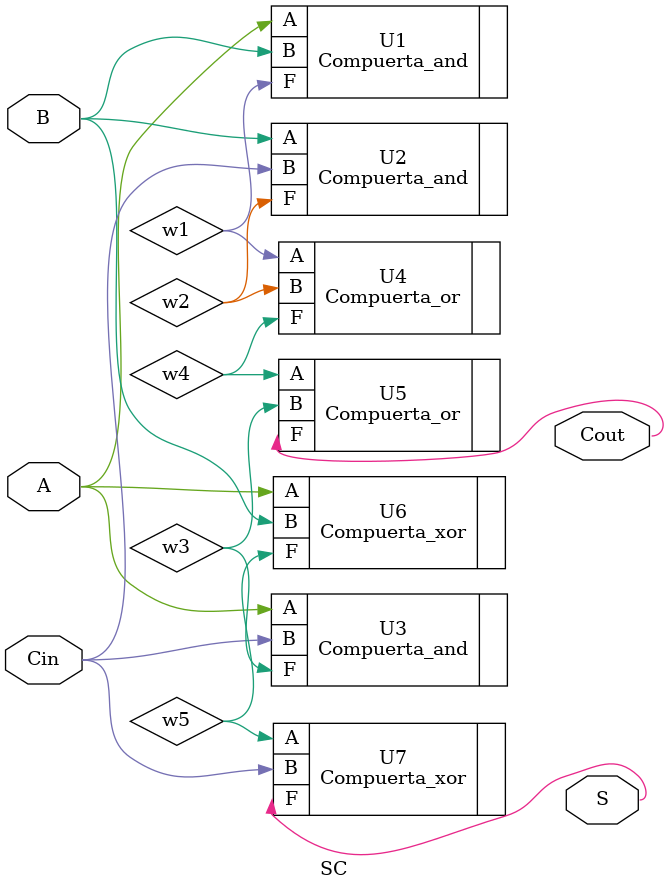
<source format=v>
module SC(
	input A,
	input B,
	input Cin,
	output Cout,
	output S
	);

wire w1;
wire w2;
wire w3;
wire w4;
wire w5;

Compuerta_and U1(
.A(A),
.B(B),
.F(w1)
);

Compuerta_and U2(
.A(B),
.B(Cin),
.F(w2)
);

Compuerta_and U3(
.A(A),
.B(Cin),
.F(w3)
);

Compuerta_or U4(
.A(w1),
.B(w2),
.F(w4)
);

Compuerta_or U5(
.A(w4),
.B(w3),
.F(Cout)
);

Compuerta_xor U6(
.A(A),
.B(B),
.F(w5)
);

Compuerta_xor U7(
.A(w5),
.B(Cin),
.F(S)
);
endmodule

</source>
